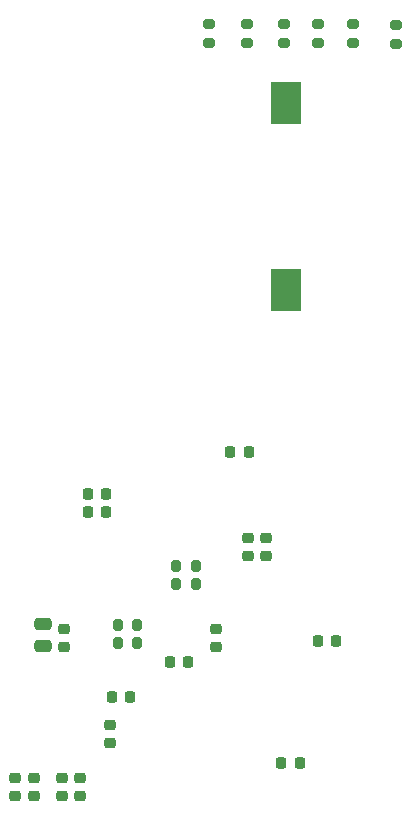
<source format=gbr>
%TF.GenerationSoftware,KiCad,Pcbnew,(6.0.0)*%
%TF.CreationDate,2022-03-02T14:27:29+07:00*%
%TF.ProjectId,FC-32,46432d33-322e-46b6-9963-61645f706362,rev?*%
%TF.SameCoordinates,Original*%
%TF.FileFunction,Paste,Bot*%
%TF.FilePolarity,Positive*%
%FSLAX46Y46*%
G04 Gerber Fmt 4.6, Leading zero omitted, Abs format (unit mm)*
G04 Created by KiCad (PCBNEW (6.0.0)) date 2022-03-02 14:27:29*
%MOMM*%
%LPD*%
G01*
G04 APERTURE LIST*
G04 Aperture macros list*
%AMRoundRect*
0 Rectangle with rounded corners*
0 $1 Rounding radius*
0 $2 $3 $4 $5 $6 $7 $8 $9 X,Y pos of 4 corners*
0 Add a 4 corners polygon primitive as box body*
4,1,4,$2,$3,$4,$5,$6,$7,$8,$9,$2,$3,0*
0 Add four circle primitives for the rounded corners*
1,1,$1+$1,$2,$3*
1,1,$1+$1,$4,$5*
1,1,$1+$1,$6,$7*
1,1,$1+$1,$8,$9*
0 Add four rect primitives between the rounded corners*
20,1,$1+$1,$2,$3,$4,$5,0*
20,1,$1+$1,$4,$5,$6,$7,0*
20,1,$1+$1,$6,$7,$8,$9,0*
20,1,$1+$1,$8,$9,$2,$3,0*%
G04 Aperture macros list end*
%ADD10RoundRect,0.225000X0.225000X0.250000X-0.225000X0.250000X-0.225000X-0.250000X0.225000X-0.250000X0*%
%ADD11RoundRect,0.200000X0.200000X0.275000X-0.200000X0.275000X-0.200000X-0.275000X0.200000X-0.275000X0*%
%ADD12RoundRect,0.225000X-0.250000X0.225000X-0.250000X-0.225000X0.250000X-0.225000X0.250000X0.225000X0*%
%ADD13RoundRect,0.225000X0.250000X-0.225000X0.250000X0.225000X-0.250000X0.225000X-0.250000X-0.225000X0*%
%ADD14RoundRect,0.250000X0.475000X-0.250000X0.475000X0.250000X-0.475000X0.250000X-0.475000X-0.250000X0*%
%ADD15RoundRect,0.200000X-0.275000X0.200000X-0.275000X-0.200000X0.275000X-0.200000X0.275000X0.200000X0*%
%ADD16RoundRect,0.225000X-0.225000X-0.250000X0.225000X-0.250000X0.225000X0.250000X-0.225000X0.250000X0*%
%ADD17R,2.600000X3.660000*%
%ADD18R,2.600000X3.540000*%
%ADD19RoundRect,0.200000X-0.200000X-0.275000X0.200000X-0.275000X0.200000X0.275000X-0.200000X0.275000X0*%
G04 APERTURE END LIST*
D10*
%TO.C,C9*%
X156158334Y-100400000D03*
X154608334Y-100400000D03*
%TD*%
D11*
%TO.C,R16*%
X158825000Y-109970000D03*
X157175000Y-109970000D03*
%TD*%
D12*
%TO.C,C5*%
X165500000Y-110300000D03*
X165500000Y-111850000D03*
%TD*%
D13*
%TO.C,C4*%
X152600000Y-111850000D03*
X152600000Y-110300000D03*
%TD*%
D14*
%TO.C,C3*%
X150800000Y-111775000D03*
X150800000Y-109875000D03*
%TD*%
D15*
%TO.C,R30*%
X171200000Y-59075000D03*
X171200000Y-60725000D03*
%TD*%
D13*
%TO.C,C22*%
X152438000Y-124475000D03*
X152438000Y-122925000D03*
%TD*%
%TO.C,C24*%
X153938000Y-124475000D03*
X153938000Y-122925000D03*
%TD*%
%TO.C,C26*%
X150100000Y-124475000D03*
X150100000Y-122925000D03*
%TD*%
D15*
%TO.C,R34*%
X174100000Y-59087500D03*
X174100000Y-60737500D03*
%TD*%
D12*
%TO.C,C23*%
X156500000Y-118425000D03*
X156500000Y-119975000D03*
%TD*%
D10*
%TO.C,C6*%
X163100000Y-113100000D03*
X161550000Y-113100000D03*
%TD*%
D16*
%TO.C,C40*%
X174120000Y-111310000D03*
X175670000Y-111310000D03*
%TD*%
D13*
%TO.C,C8*%
X168200000Y-104175000D03*
X168200000Y-102625000D03*
%TD*%
D16*
%TO.C,C7*%
X156650000Y-116100000D03*
X158200000Y-116100000D03*
%TD*%
D15*
%TO.C,R32*%
X164900000Y-59075000D03*
X164900000Y-60725000D03*
%TD*%
D11*
%TO.C,R15*%
X158825000Y-111470000D03*
X157175000Y-111470000D03*
%TD*%
D15*
%TO.C,R31*%
X168100000Y-59087500D03*
X168100000Y-60737500D03*
%TD*%
D13*
%TO.C,C1*%
X169708810Y-104175000D03*
X169708810Y-102625000D03*
%TD*%
D17*
%TO.C,BT1*%
X171400000Y-65830000D03*
D18*
X171400000Y-81630000D03*
%TD*%
D13*
%TO.C,C25*%
X148500000Y-124475000D03*
X148500000Y-122925000D03*
%TD*%
D10*
%TO.C,C43*%
X172575000Y-121700000D03*
X171025000Y-121700000D03*
%TD*%
D19*
%TO.C,R18*%
X162100000Y-106530000D03*
X163750000Y-106530000D03*
%TD*%
D16*
%TO.C,C39*%
X166700000Y-95300000D03*
X168250000Y-95300000D03*
%TD*%
D19*
%TO.C,R17*%
X162100000Y-105030000D03*
X163750000Y-105030000D03*
%TD*%
D10*
%TO.C,C2*%
X156175000Y-98900000D03*
X154625000Y-98900000D03*
%TD*%
D15*
%TO.C,R12*%
X180700000Y-59150000D03*
X180700000Y-60800000D03*
%TD*%
%TO.C,R33*%
X177100000Y-59087500D03*
X177100000Y-60737500D03*
%TD*%
M02*

</source>
